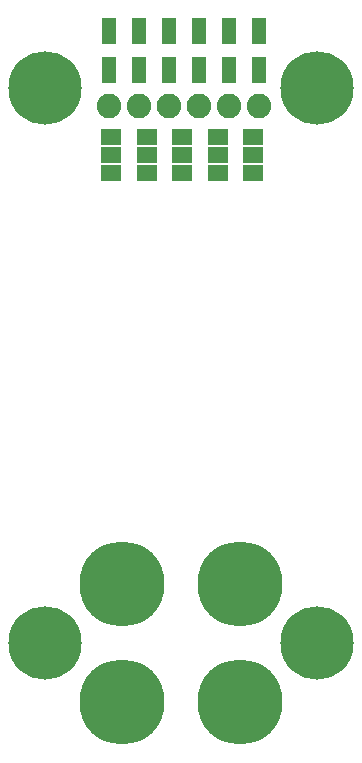
<source format=gbs>
G75*
%MOIN*%
%OFA0B0*%
%FSLAX24Y24*%
%IPPOS*%
%LPD*%
%AMOC8*
5,1,8,0,0,1.08239X$1,22.5*
%
%ADD10C,0.2836*%
%ADD11C,0.0820*%
%ADD12R,0.0474X0.0867*%
%ADD13R,0.0710X0.0540*%
%ADD14OC8,0.0740*%
%ADD15C,0.2442*%
D10*
X004874Y003300D03*
X004874Y007237D03*
X008811Y007237D03*
X008811Y003300D03*
D11*
X008441Y023181D03*
X007441Y023181D03*
X006441Y023181D03*
X005441Y023181D03*
X004441Y023181D03*
X009441Y023181D03*
D12*
X009441Y024382D03*
X009441Y025681D03*
X008441Y025681D03*
X008441Y024382D03*
X007441Y024382D03*
X007441Y025681D03*
X006441Y025681D03*
X006441Y024382D03*
X005441Y024382D03*
X005441Y025681D03*
X004441Y025681D03*
X004441Y024382D03*
D13*
X004520Y022128D03*
X004520Y021528D03*
X004520Y020928D03*
X005701Y020928D03*
X005701Y021528D03*
X005701Y022128D03*
X006882Y022128D03*
X006882Y021528D03*
X006882Y020928D03*
X008063Y020928D03*
X008063Y021528D03*
X008063Y022128D03*
X009244Y022128D03*
X009244Y021528D03*
X009244Y020928D03*
D14*
X007422Y023181D03*
X006422Y023181D03*
D15*
X002315Y005268D03*
X002315Y023772D03*
X011370Y023772D03*
X011370Y005268D03*
M02*

</source>
